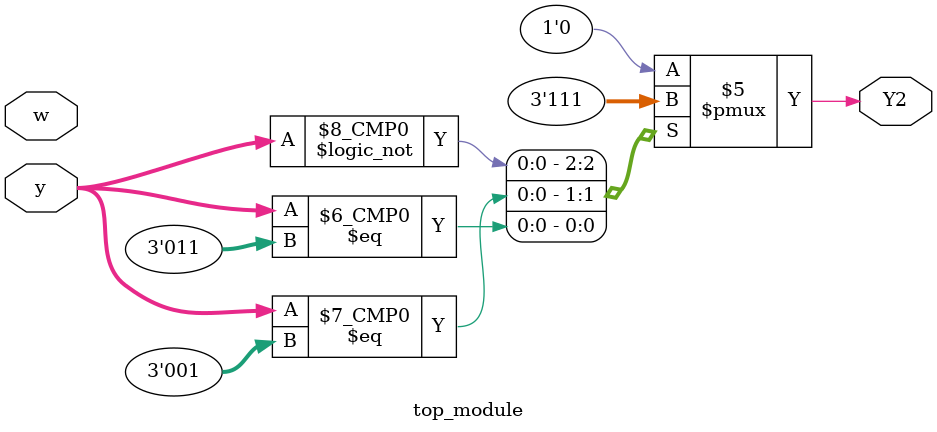
<source format=sv>
module top_module(
	input [3:1] y,
	input w,
	output reg Y2);

	always @(y, w) begin
		case(y)
			3'b000: Y2 = 1'b1;
			3'b001: Y2 = 1'b1;
			3'b010: Y2 = 1'b0;
			3'b011: Y2 = 1'b1;
			3'b100: Y2 = 1'b0;
			3'b101: Y2 = 1'b0;
			default: Y2 = 1'b0;
		endcase
	end

endmodule

</source>
